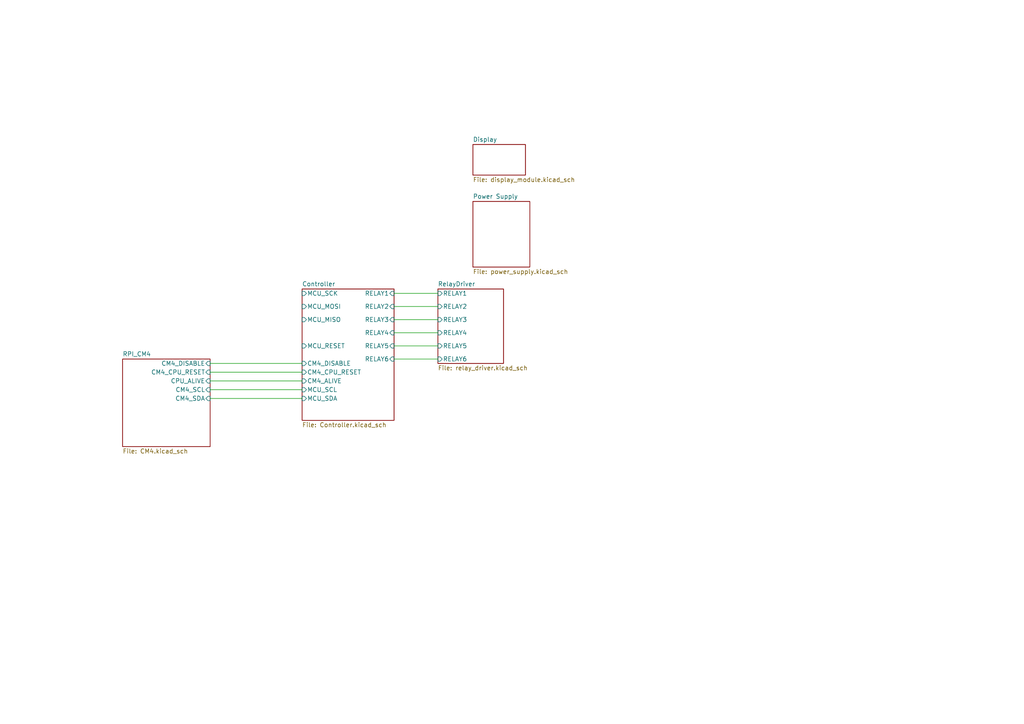
<source format=kicad_sch>
(kicad_sch
	(version 20231120)
	(generator "eeschema")
	(generator_version "8.0")
	(uuid "6d1929cf-8167-4038-9c8d-a941d3ab1e89")
	(paper "A4")
	(lib_symbols)
	(wire
		(pts
			(xy 114.3 100.33) (xy 127 100.33)
		)
		(stroke
			(width 0)
			(type default)
		)
		(uuid "04122529-0900-4788-956e-88d207576119")
	)
	(wire
		(pts
			(xy 60.96 107.95) (xy 87.63 107.95)
		)
		(stroke
			(width 0)
			(type default)
		)
		(uuid "168a30ac-201b-42d9-bee2-2f80abe77621")
	)
	(wire
		(pts
			(xy 114.3 92.71) (xy 127 92.71)
		)
		(stroke
			(width 0)
			(type default)
		)
		(uuid "1f76de90-6676-40be-be2e-47eafba0e738")
	)
	(wire
		(pts
			(xy 114.3 96.52) (xy 127 96.52)
		)
		(stroke
			(width 0)
			(type default)
		)
		(uuid "32531b3e-3534-40d5-8a78-e1e7cc48b023")
	)
	(wire
		(pts
			(xy 60.96 115.57) (xy 87.63 115.57)
		)
		(stroke
			(width 0)
			(type default)
		)
		(uuid "3f46bbd9-cae9-4093-a41c-ba41c0c57ecd")
	)
	(wire
		(pts
			(xy 60.96 110.49) (xy 87.63 110.49)
		)
		(stroke
			(width 0)
			(type default)
		)
		(uuid "40510783-6f5e-49fc-8f67-69e445c7eb5d")
	)
	(wire
		(pts
			(xy 60.96 113.03) (xy 87.63 113.03)
		)
		(stroke
			(width 0)
			(type default)
		)
		(uuid "89e75b12-c16c-4a3a-b92f-08a3cb34aead")
	)
	(wire
		(pts
			(xy 114.3 104.14) (xy 127 104.14)
		)
		(stroke
			(width 0)
			(type default)
		)
		(uuid "906a4683-8b3f-45e7-ba85-9967ce7c19ff")
	)
	(wire
		(pts
			(xy 114.3 85.09) (xy 127 85.09)
		)
		(stroke
			(width 0)
			(type default)
		)
		(uuid "91c6405d-808c-4f96-9624-516d492035a6")
	)
	(wire
		(pts
			(xy 60.96 105.41) (xy 87.63 105.41)
		)
		(stroke
			(width 0)
			(type default)
		)
		(uuid "e2f3121c-788f-416c-aa6e-dd0e90a88761")
	)
	(wire
		(pts
			(xy 114.3 88.9) (xy 127 88.9)
		)
		(stroke
			(width 0)
			(type default)
		)
		(uuid "eff28047-b7e0-4d61-a212-89f1913369f7")
	)
	(sheet
		(at 127 83.82)
		(size 19.05 21.59)
		(fields_autoplaced yes)
		(stroke
			(width 0.1524)
			(type solid)
		)
		(fill
			(color 0 0 0 0.0000)
		)
		(uuid "24b26f7c-a234-4678-9b9e-623943949632")
		(property "Sheetname" "RelayDriver"
			(at 127 83.1084 0)
			(effects
				(font
					(size 1.27 1.27)
				)
				(justify left bottom)
			)
		)
		(property "Sheetfile" "relay_driver.kicad_sch"
			(at 127 105.9946 0)
			(effects
				(font
					(size 1.27 1.27)
				)
				(justify left top)
			)
		)
		(pin "RELAY1" input
			(at 127 85.09 180)
			(effects
				(font
					(size 1.27 1.27)
				)
				(justify left)
			)
			(uuid "560385e1-b4c5-4a8e-9629-c1bc8c56a798")
		)
		(pin "RELAY4" input
			(at 127 96.52 180)
			(effects
				(font
					(size 1.27 1.27)
				)
				(justify left)
			)
			(uuid "fa3c6e63-db1b-487a-8402-7d23f1790c84")
		)
		(pin "RELAY6" input
			(at 127 104.14 180)
			(effects
				(font
					(size 1.27 1.27)
				)
				(justify left)
			)
			(uuid "23547d27-5d6c-4857-a240-400846ce0a26")
		)
		(pin "RELAY5" input
			(at 127 100.33 180)
			(effects
				(font
					(size 1.27 1.27)
				)
				(justify left)
			)
			(uuid "622306dd-84e2-4ada-9b55-e6985309f641")
		)
		(pin "RELAY2" input
			(at 127 88.9 180)
			(effects
				(font
					(size 1.27 1.27)
				)
				(justify left)
			)
			(uuid "1bf4fb81-b201-4518-8111-52cffeb12acd")
		)
		(pin "RELAY3" input
			(at 127 92.71 180)
			(effects
				(font
					(size 1.27 1.27)
				)
				(justify left)
			)
			(uuid "f55dd82f-e083-4f75-929c-aedd17c7cfe4")
		)
		(instances
			(project "M56Controller"
				(path "/6d1929cf-8167-4038-9c8d-a941d3ab1e89"
					(page "3")
				)
			)
		)
	)
	(sheet
		(at 137.16 41.91)
		(size 15.24 8.89)
		(fields_autoplaced yes)
		(stroke
			(width 0.1524)
			(type solid)
		)
		(fill
			(color 0 0 0 0.0000)
		)
		(uuid "28db4ea8-57d3-4026-b2d1-d4d1de0b75c3")
		(property "Sheetname" "Display"
			(at 137.16 41.1984 0)
			(effects
				(font
					(size 1.27 1.27)
				)
				(justify left bottom)
			)
		)
		(property "Sheetfile" "display_module.kicad_sch"
			(at 137.16 51.3846 0)
			(effects
				(font
					(size 1.27 1.27)
				)
				(justify left top)
			)
		)
		(instances
			(project "M56Controller"
				(path "/6d1929cf-8167-4038-9c8d-a941d3ab1e89"
					(page "6")
				)
			)
		)
	)
	(sheet
		(at 35.56 104.14)
		(size 25.4 25.4)
		(fields_autoplaced yes)
		(stroke
			(width 0.1524)
			(type solid)
		)
		(fill
			(color 0 0 0 0.0000)
		)
		(uuid "35fd303b-1e40-4c15-b1c4-9ba3b665c098")
		(property "Sheetname" "RPI_CM4"
			(at 35.56 103.4284 0)
			(effects
				(font
					(size 1.27 1.27)
				)
				(justify left bottom)
			)
		)
		(property "Sheetfile" "CM4.kicad_sch"
			(at 35.56 130.1246 0)
			(effects
				(font
					(size 1.27 1.27)
				)
				(justify left top)
			)
		)
		(pin "CM4_DISABLE" input
			(at 60.96 105.41 0)
			(effects
				(font
					(size 1.27 1.27)
				)
				(justify right)
			)
			(uuid "61151adb-01b4-45cf-8588-6245b1c98552")
		)
		(pin "CM4_CPU_RESET" input
			(at 60.96 107.95 0)
			(effects
				(font
					(size 1.27 1.27)
				)
				(justify right)
			)
			(uuid "4ddf2733-09c9-4ac6-bb4b-a24837b14718")
		)
		(pin "CPU_ALIVE" input
			(at 60.96 110.49 0)
			(effects
				(font
					(size 1.27 1.27)
				)
				(justify right)
			)
			(uuid "38756488-4829-4483-9f20-98e522f25745")
		)
		(pin "CM4_SCL" input
			(at 60.96 113.03 0)
			(effects
				(font
					(size 1.27 1.27)
				)
				(justify right)
			)
			(uuid "86860f7a-5420-461e-8604-338cbc13c4d6")
		)
		(pin "CM4_SDA" input
			(at 60.96 115.57 0)
			(effects
				(font
					(size 1.27 1.27)
				)
				(justify right)
			)
			(uuid "ee11db69-bd8d-4d2d-ab80-008eb83db4e6")
		)
		(instances
			(project "M56Controller"
				(path "/6d1929cf-8167-4038-9c8d-a941d3ab1e89"
					(page "7")
				)
			)
		)
	)
	(sheet
		(at 137.16 58.42)
		(size 16.51 19.05)
		(fields_autoplaced yes)
		(stroke
			(width 0.1524)
			(type solid)
		)
		(fill
			(color 0 0 0 0.0000)
		)
		(uuid "3a0fae32-f004-4cad-b014-dda7811fa5d7")
		(property "Sheetname" "Power Supply"
			(at 137.16 57.7084 0)
			(effects
				(font
					(size 1.27 1.27)
				)
				(justify left bottom)
			)
		)
		(property "Sheetfile" "power_supply.kicad_sch"
			(at 137.16 78.0546 0)
			(effects
				(font
					(size 1.27 1.27)
				)
				(justify left top)
			)
		)
		(instances
			(project "M56Controller"
				(path "/6d1929cf-8167-4038-9c8d-a941d3ab1e89"
					(page "5")
				)
			)
		)
	)
	(sheet
		(at 87.63 83.82)
		(size 26.67 38.1)
		(fields_autoplaced yes)
		(stroke
			(width 0.1524)
			(type solid)
		)
		(fill
			(color 0 0 0 0.0000)
		)
		(uuid "86dba43d-2768-49c9-9a06-9d3eeb3def75")
		(property "Sheetname" "Controller"
			(at 87.63 83.1084 0)
			(effects
				(font
					(size 1.27 1.27)
				)
				(justify left bottom)
			)
		)
		(property "Sheetfile" "Controller.kicad_sch"
			(at 87.63 122.5046 0)
			(effects
				(font
					(size 1.27 1.27)
				)
				(justify left top)
			)
		)
		(pin "RELAY2" input
			(at 114.3 88.9 0)
			(effects
				(font
					(size 1.27 1.27)
				)
				(justify right)
			)
			(uuid "7d5fe4cc-39a6-48df-ac14-8e2776814c61")
		)
		(pin "RELAY1" input
			(at 114.3 85.09 0)
			(effects
				(font
					(size 1.27 1.27)
				)
				(justify right)
			)
			(uuid "07c006a0-619e-499d-9fc6-38ad805f8ba8")
		)
		(pin "RELAY3" input
			(at 114.3 92.71 0)
			(effects
				(font
					(size 1.27 1.27)
				)
				(justify right)
			)
			(uuid "97746751-8040-4021-aee8-0f89a2e8748f")
		)
		(pin "RELAY5" input
			(at 114.3 100.33 0)
			(effects
				(font
					(size 1.27 1.27)
				)
				(justify right)
			)
			(uuid "8cf6396c-5357-4380-9585-85ca613426b6")
		)
		(pin "RELAY4" input
			(at 114.3 96.52 0)
			(effects
				(font
					(size 1.27 1.27)
				)
				(justify right)
			)
			(uuid "a2143ecc-5182-41c8-a0da-2afe1a6d4c32")
		)
		(pin "RELAY6" input
			(at 114.3 104.14 0)
			(effects
				(font
					(size 1.27 1.27)
				)
				(justify right)
			)
			(uuid "bc8f1acf-27a1-40e4-8ac1-d62e84f489e2")
		)
		(pin "MCU_SCK" input
			(at 87.63 85.09 180)
			(effects
				(font
					(size 1.27 1.27)
				)
				(justify left)
			)
			(uuid "f1fbc344-8b74-47fc-80c3-49415919a26d")
		)
		(pin "MCU_MOSI" input
			(at 87.63 88.9 180)
			(effects
				(font
					(size 1.27 1.27)
				)
				(justify left)
			)
			(uuid "0b11721b-2798-4a4a-adff-24f1d9c957b7")
		)
		(pin "MCU_MISO" input
			(at 87.63 92.71 180)
			(effects
				(font
					(size 1.27 1.27)
				)
				(justify left)
			)
			(uuid "599773d6-bf13-4a63-a533-5df19275a98a")
		)
		(pin "MCU_SDA" input
			(at 87.63 115.57 180)
			(effects
				(font
					(size 1.27 1.27)
				)
				(justify left)
			)
			(uuid "2f3227f3-d236-4d88-be2f-731837dc64c0")
		)
		(pin "MCU_RESET" input
			(at 87.63 100.33 180)
			(effects
				(font
					(size 1.27 1.27)
				)
				(justify left)
			)
			(uuid "9068f8c0-aee7-4bbd-b767-34199099ff1e")
		)
		(pin "MCU_SCL" input
			(at 87.63 113.03 180)
			(effects
				(font
					(size 1.27 1.27)
				)
				(justify left)
			)
			(uuid "4af198c5-eed5-4900-868e-fa30a55e8eb6")
		)
		(pin "CM4_DISABLE" input
			(at 87.63 105.41 180)
			(effects
				(font
					(size 1.27 1.27)
				)
				(justify left)
			)
			(uuid "54e41b44-4e73-490c-8f14-0dbafaacd861")
		)
		(pin "CM4_CPU_RESET" input
			(at 87.63 107.95 180)
			(effects
				(font
					(size 1.27 1.27)
				)
				(justify left)
			)
			(uuid "7ae013a0-36d4-4563-b4db-80da1c8e2399")
		)
		(pin "CM4_ALIVE" input
			(at 87.63 110.49 180)
			(effects
				(font
					(size 1.27 1.27)
				)
				(justify left)
			)
			(uuid "1c435a9b-8b07-4193-9147-8893e8323b80")
		)
		(instances
			(project "M56Controller"
				(path "/6d1929cf-8167-4038-9c8d-a941d3ab1e89"
					(page "2")
				)
			)
		)
	)
	(sheet_instances
		(path "/"
			(page "1")
		)
	)
)

</source>
